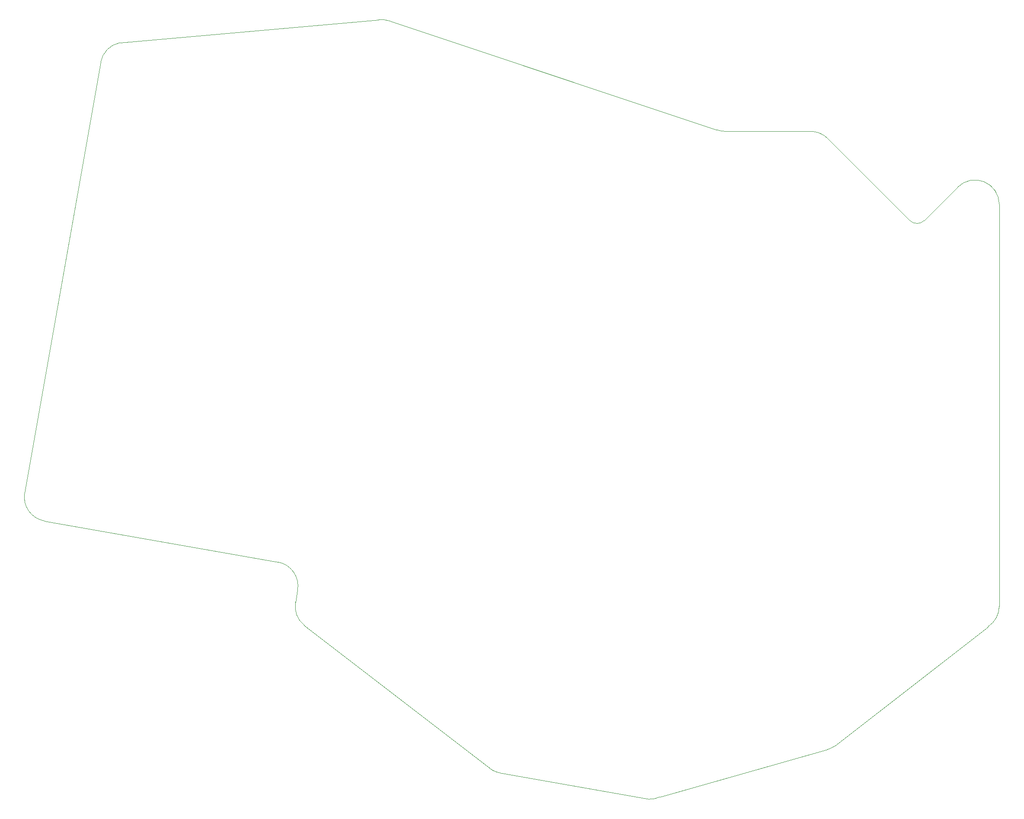
<source format=gbr>
%TF.GenerationSoftware,KiCad,Pcbnew,(5.1.7)-1*%
%TF.CreationDate,2020-10-07T08:37:43+11:00*%
%TF.ProjectId,Board-DjinnBase,426f6172-642d-4446-9a69-6e6e42617365,rev?*%
%TF.SameCoordinates,Original*%
%TF.FileFunction,Profile,NP*%
%FSLAX46Y46*%
G04 Gerber Fmt 4.6, Leading zero omitted, Abs format (unit mm)*
G04 Created by KiCad (PCBNEW (5.1.7)-1) date 2020-10-07 08:37:43*
%MOMM*%
%LPD*%
G01*
G04 APERTURE LIST*
%TA.AperFunction,Profile*%
%ADD10C,0.120000*%
%TD*%
G04 APERTURE END LIST*
D10*
%TO.C,BASE1*%
X159799839Y-8538703D02*
X153245099Y-15093442D01*
X142638500Y-7315268D02*
X150416674Y-15093442D01*
X135659223Y-118173103D02*
X165712289Y-94762214D01*
X70120878Y-123423677D02*
X99392668Y-128585082D01*
X-8071867Y15931257D02*
X-22957897Y-68491746D01*
X167929935Y-90736655D02*
X167929935Y-11906299D01*
X-4249790Y19786990D02*
X46347002Y24257768D01*
X-19094752Y-74008892D02*
X26634370Y-82072191D01*
X30497519Y-87589337D02*
X30084048Y-89934467D01*
X31848558Y-94519398D02*
X68579175Y-122853389D01*
X48647644Y23992395D02*
X112602556Y2694213D01*
X134336896Y986336D02*
X142638500Y-7315268D01*
X114300481Y2381262D02*
X130969298Y2381240D01*
X101491514Y-128129564D02*
X134240182Y-118862489D01*
X159799839Y-8538703D02*
G75*
G02*
X167929935Y-11906299I3367596J-3367596D01*
G01*
X165712289Y-94762214D02*
G75*
G03*
X167929935Y-90736655I-2544853J4025558D01*
G01*
X-19094752Y-74008891D02*
G75*
G02*
X-22957897Y-68491746I827000J4690145D01*
G01*
X-4249790Y19786990D02*
G75*
G03*
X-8071867Y15931257I868090J-4682737D01*
G01*
X48647644Y23992396D02*
G75*
G03*
X46347002Y24257768I-1680878J-4466964D01*
G01*
X31848558Y-94519399D02*
G75*
G02*
X30084048Y-89934467I2925636J3757932D01*
G01*
X26634369Y-82072191D02*
G75*
G02*
X30497519Y-87589337I-826998J-4690148D01*
G01*
X134336895Y986337D02*
G75*
G03*
X130969298Y2381240I-3367595J-3367598D01*
G01*
X101491514Y-128129564D02*
G75*
G02*
X99392668Y-128585082I-2017911J4234649D01*
G01*
X68579175Y-122853390D02*
G75*
G03*
X70120878Y-123423677I2339927J3956670D01*
G01*
X112602558Y2694214D02*
G75*
G03*
X114300481Y2381262I1697922J4449566D01*
G01*
X153245099Y-15093438D02*
G75*
G02*
X150416673Y-15093442I-1414215J1414211D01*
G01*
X135659223Y-118173102D02*
G75*
G02*
X134240182Y-118862489I-2758342J3872622D01*
G01*
%TD*%
M02*

</source>
